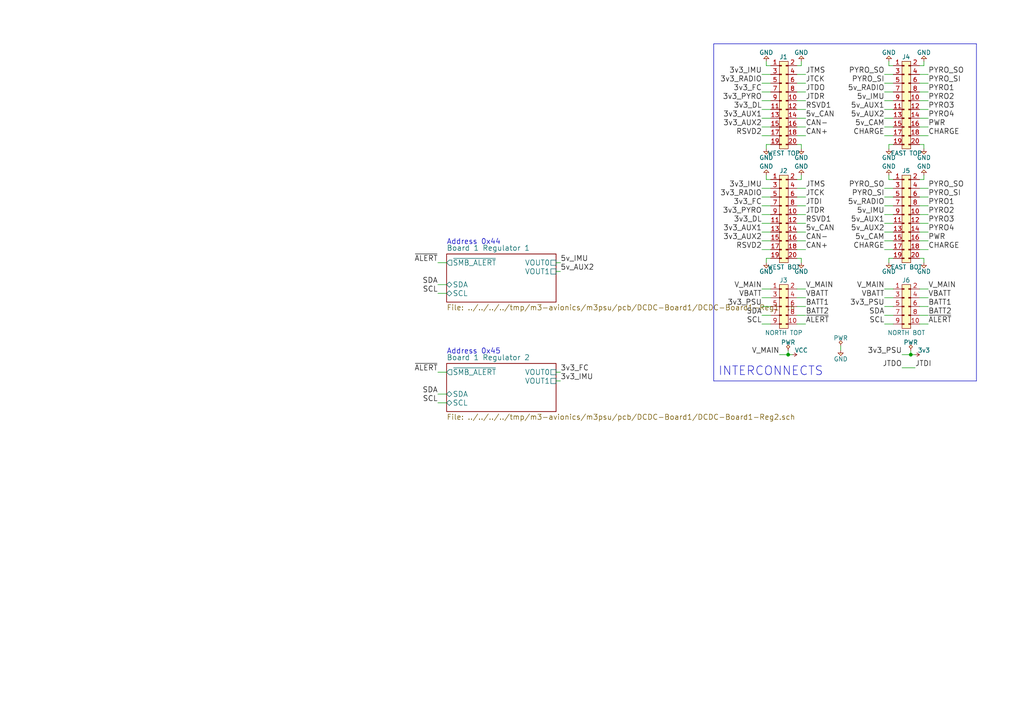
<source format=kicad_sch>
(kicad_sch (version 20230121) (generator eeschema)
  (paper "A4")
  (title_block (title "M3PSU - DC/DC Converter Board 1") (date "2016-06-28") (rev "1") (company "CU Spaceflight") (comment 1 "Drawn by: Levin Tan, Jamie Wood"))
  (lib_symbols
    (symbol "DCDC-Board1-rescue:3v3" (power) (pin_numbers hide) (pin_names (offset 1.016) hide)
      (property "Value" "3v3" (at 0 2.286 0))
      (symbol "3v3_0_1"
        (polyline (pts (xy 0 1.27) (xy 0.508 0.508)))
        (polyline (pts (xy 0 0) (xy 0 1.27) (xy -0.508 0.508)))
      )
      (symbol "3v3_1_1"
        (pin power_in line (at 0 0 180) (length 0) hide (name "3v3") (number "1"))
      )
    )
    (symbol "DCDC-Board1-rescue:CONN_02x05" (pin_names (offset 0.0254) hide)
      (property "Reference" "J" (at -2.54 2.54 0))
      (property "Value" "CONN_02x05" (at -2.54 -12.7 0))
      (symbol "CONN_02x05_0_1"
        (rectangle (start -2.54 -10.033) (end -1.905 -10.287) (fill (type outline)))
        (rectangle (start -2.54 -7.493) (end -1.905 -7.747) (fill (type outline)))
        (rectangle (start -2.54 -4.953) (end -1.905 -5.207) (fill (type outline)))
        (rectangle (start -2.54 -2.413) (end -1.905 -2.667) (fill (type outline)))
        (rectangle (start -2.54 0.127) (end -1.905 -0.127) (fill (type outline)))
        (rectangle (start 0 -10.033) (end -0.635 -10.287) (fill (type outline)))
        (rectangle (start 0 -7.493) (end -0.635 -7.747) (fill (type outline)))
        (rectangle (start 0 -4.953) (end -0.635 -5.207) (fill (type outline)))
        (rectangle (start 0 -2.413) (end -0.635 -2.667) (fill (type outline)))
        (rectangle (start 0 0.127) (end -0.635 -0.127) (fill (type outline)))
        (rectangle (start 0 1.27) (end -2.54 -11.43) (fill (type background)))
      )
      (symbol "CONN_02x05_1_1"
        (pin passive line (at -5.08 0 0) (length 2.54) (name "1") (number "1"))
        (pin passive line (at 2.54 -10.16 180) (length 2.54) (name "10") (number "10"))
        (pin passive line (at 2.54 0 180) (length 2.54) (name "2") (number "2"))
        (pin passive line (at -5.08 -2.54 0) (length 2.54) (name "3") (number "3"))
        (pin passive line (at 2.54 -2.54 180) (length 2.54) (name "4") (number "4"))
        (pin passive line (at -5.08 -5.08 0) (length 2.54) (name "5") (number "5"))
        (pin passive line (at 2.54 -5.08 180) (length 2.54) (name "6") (number "6"))
        (pin passive line (at -5.08 -7.62 0) (length 2.54) (name "7") (number "7"))
        (pin passive line (at 2.54 -7.62 180) (length 2.54) (name "8") (number "8"))
        (pin passive line (at -5.08 -10.16 0) (length 2.54) (name "9") (number "9"))
      )
    )
    (symbol "DCDC-Board1-rescue:CONN_02x10" (pin_names (offset 0.0254) hide)
      (property "Reference" "J" (at -2.54 2.54 0))
      (property "Value" "CONN_02x10" (at -2.54 -25.4 0))
      (symbol "CONN_02x10_0_1"
        (rectangle (start -2.54 -22.733) (end -1.905 -22.987) (fill (type outline)))
        (rectangle (start -2.54 -20.193) (end -1.905 -20.447) (fill (type outline)))
        (rectangle (start -2.54 -17.653) (end -1.905 -17.907) (fill (type outline)))
        (rectangle (start -2.54 -15.113) (end -1.905 -15.367) (fill (type outline)))
        (rectangle (start -2.54 -12.573) (end -1.905 -12.827) (fill (type outline)))
        (rectangle (start -2.54 -10.033) (end -1.905 -10.287) (fill (type outline)))
        (rectangle (start -2.54 -7.493) (end -1.905 -7.747) (fill (type outline)))
        (rectangle (start -2.54 -4.953) (end -1.905 -5.207) (fill (type outline)))
        (rectangle (start -2.54 -2.413) (end -1.905 -2.667) (fill (type outline)))
        (rectangle (start -2.54 0.127) (end -1.905 -0.127) (fill (type outline)))
        (rectangle (start 0 -22.733) (end -0.635 -22.987) (fill (type outline)))
        (rectangle (start 0 -20.193) (end -0.635 -20.447) (fill (type outline)))
        (rectangle (start 0 -17.653) (end -0.635 -17.907) (fill (type outline)))
        (rectangle (start 0 -15.113) (end -0.635 -15.367) (fill (type outline)))
        (rectangle (start 0 -12.573) (end -0.635 -12.827) (fill (type outline)))
        (rectangle (start 0 -10.033) (end -0.635 -10.287) (fill (type outline)))
        (rectangle (start 0 -7.493) (end -0.635 -7.747) (fill (type outline)))
        (rectangle (start 0 -4.953) (end -0.635 -5.207) (fill (type outline)))
        (rectangle (start 0 -2.413) (end -0.635 -2.667) (fill (type outline)))
        (rectangle (start 0 0.127) (end -0.635 -0.127) (fill (type outline)))
        (rectangle (start 0 1.27) (end -2.54 -24.13) (fill (type background)))
      )
      (symbol "CONN_02x10_1_1"
        (pin passive line (at -5.08 0 0) (length 2.54) (name "1") (number "1"))
        (pin passive line (at 2.54 -10.16 180) (length 2.54) (name "10") (number "10"))
        (pin passive line (at -5.08 -12.7 0) (length 2.54) (name "11") (number "11"))
        (pin passive line (at 2.54 -12.7 180) (length 2.54) (name "12") (number "12"))
        (pin passive line (at -5.08 -15.24 0) (length 2.54) (name "13") (number "13"))
        (pin passive line (at 2.54 -15.24 180) (length 2.54) (name "14") (number "14"))
        (pin passive line (at -5.08 -17.78 0) (length 2.54) (name "15") (number "15"))
        (pin passive line (at 2.54 -17.78 180) (length 2.54) (name "16") (number "16"))
        (pin passive line (at -5.08 -20.32 0) (length 2.54) (name "17") (number "17"))
        (pin passive line (at 2.54 -20.32 180) (length 2.54) (name "18") (number "18"))
        (pin passive line (at -5.08 -22.86 0) (length 2.54) (name "19") (number "19"))
        (pin passive line (at 2.54 0 180) (length 2.54) (name "2") (number "2"))
        (pin passive line (at 2.54 -22.86 180) (length 2.54) (name "20") (number "20"))
        (pin passive line (at -5.08 -2.54 0) (length 2.54) (name "3") (number "3"))
        (pin passive line (at 2.54 -2.54 180) (length 2.54) (name "4") (number "4"))
        (pin passive line (at -5.08 -5.08 0) (length 2.54) (name "5") (number "5"))
        (pin passive line (at 2.54 -5.08 180) (length 2.54) (name "6") (number "6"))
        (pin passive line (at -5.08 -7.62 0) (length 2.54) (name "7") (number "7"))
        (pin passive line (at 2.54 -7.62 180) (length 2.54) (name "8") (number "8"))
        (pin passive line (at -5.08 -10.16 0) (length 2.54) (name "9") (number "9"))
      )
    )
    (symbol "DCDC-Board1-rescue:GND" (power) (pin_numbers hide) (pin_names (offset 1.016) hide)
      (property "Value" "GND" (at 0 -2.54 0))
      (symbol "GND_0_1"
        (polyline (pts (xy 0 0) (xy 0 -0.762)))
        (polyline (pts (xy -0.762 -0.762) (xy 0.762 -0.762) (xy 0 -1.524) (xy -0.762 -0.762)) (fill (type background)))
      )
      (symbol "GND_1_1"
        (pin power_in line (at 0 0 180) (length 0) hide (name "GND") (number "1"))
      )
    )
    (symbol "DCDC-Board1-rescue:PWR" (power) (pin_numbers hide) (pin_names (offset 1.016) hide)
      (property "Value" "PWR" (at 0 2.286 0))
      (symbol "PWR_0_1"
        (polyline (pts (xy 0 0.508) (xy -0.508 1.016) (xy 0 1.524) (xy 0.508 1.016) (xy 0 0.508)) (fill (type background)))
      )
      (symbol "PWR_1_1"
        (pin power_out line (at 0 0 90) (length 0.508) (name "pwr") (number "1"))
      )
    )
    (symbol "DCDC-Board1-rescue:VCC" (power) (pin_numbers hide) (pin_names (offset 1.016) hide)
      (property "Value" "VCC" (at 0 2.286 0))
      (symbol "VCC_0_1"
        (polyline (pts (xy 0 1.27) (xy 0.508 0.508)))
        (polyline (pts (xy 0 0) (xy 0 1.27) (xy -0.508 0.508)))
      )
      (symbol "VCC_1_1"
        (pin power_in line (at 0 0 180) (length 0) hide (name "VCC") (number "1"))
      )
    )
  )
  (junction (at 228.6 102.87))
  (junction (at 264.16 102.87))
  (wire (pts (xy 231.14 24.13) (xy 233.68 24.13)))
  (wire (pts (xy 259.08 26.67) (xy 256.54 26.67)))
  (wire (pts (xy 223.52 31.75) (xy 220.98 31.75)))
  (wire (pts (xy 257.81 19.05) (xy 257.81 17.78)))
  (wire (pts (xy 223.52 54.61) (xy 220.98 54.61)))
  (wire (pts (xy 256.54 39.37) (xy 259.08 39.37)))
  (wire (pts (xy 129.54 116.84) (xy 127 116.84)))
  (wire (pts (xy 223.52 59.69) (xy 220.98 59.69)))
  (wire (pts (xy 259.08 91.44) (xy 256.54 91.44)))
  (wire (pts (xy 264.16 101.6) (xy 264.16 102.87)))
  (wire (pts (xy 231.14 91.44) (xy 233.68 91.44)))
  (wire (pts (xy 259.08 54.61) (xy 256.54 54.61)))
  (wire (pts (xy 223.52 74.93) (xy 222.25 74.93)))
  (wire (pts (xy 222.25 52.07) (xy 223.52 52.07)))
  (wire (pts (xy 232.41 41.91) (xy 232.41 43.18)))
  (wire (pts (xy 228.6 102.87) (xy 229.87 102.87)))
  (wire (pts (xy 269.24 36.83) (xy 266.7 36.83)))
  (wire (pts (xy 231.14 39.37) (xy 233.68 39.37)))
  (wire (pts (xy 231.14 93.98) (xy 233.68 93.98)))
  (wire (pts (xy 231.14 64.77) (xy 233.68 64.77)))
  (wire (pts (xy 266.7 93.98) (xy 269.24 93.98)))
  (wire (pts (xy 267.97 19.05) (xy 267.97 17.78)))
  (wire (pts (xy 223.52 83.82) (xy 220.98 83.82)))
  (wire (pts (xy 266.7 64.77) (xy 269.24 64.77)))
  (wire (pts (xy 223.52 26.67) (xy 220.98 26.67)))
  (wire (pts (xy 231.14 86.36) (xy 233.68 86.36)))
  (wire (pts (xy 223.52 62.23) (xy 220.98 62.23)))
  (polyline (pts (xy 207.01 12.7) (xy 207.01 110.49)))
  (wire (pts (xy 256.54 67.31) (xy 259.08 67.31)))
  (wire (pts (xy 232.41 19.05) (xy 232.41 17.78)))
  (wire (pts (xy 266.7 86.36) (xy 269.24 86.36)))
  (wire (pts (xy 231.14 41.91) (xy 232.41 41.91)))
  (wire (pts (xy 232.41 74.93) (xy 232.41 76.2)))
  (wire (pts (xy 231.14 74.93) (xy 232.41 74.93)))
  (wire (pts (xy 232.41 52.07) (xy 232.41 50.8)))
  (wire (pts (xy 231.14 57.15) (xy 233.68 57.15)))
  (wire (pts (xy 269.24 69.85) (xy 266.7 69.85)))
  (wire (pts (xy 129.54 85.09) (xy 127 85.09)))
  (wire (pts (xy 222.25 19.05) (xy 223.52 19.05)))
  (wire (pts (xy 223.52 57.15) (xy 220.98 57.15)))
  (wire (pts (xy 231.14 36.83) (xy 233.68 36.83)))
  (wire (pts (xy 267.97 74.93) (xy 267.97 76.2)))
  (wire (pts (xy 269.24 57.15) (xy 266.7 57.15)))
  (wire (pts (xy 266.7 59.69) (xy 269.24 59.69)))
  (wire (pts (xy 231.14 52.07) (xy 232.41 52.07)))
  (wire (pts (xy 161.29 78.74) (xy 162.56 78.74)))
  (wire (pts (xy 259.08 59.69) (xy 256.54 59.69)))
  (wire (pts (xy 223.52 67.31) (xy 220.98 67.31)))
  (wire (pts (xy 231.14 88.9) (xy 233.68 88.9)))
  (wire (pts (xy 231.14 34.29) (xy 233.68 34.29)))
  (polyline (pts (xy 283.21 12.7) (xy 207.01 12.7)))
  (wire (pts (xy 266.7 52.07) (xy 267.97 52.07)))
  (wire (pts (xy 223.52 93.98) (xy 220.98 93.98)))
  (wire (pts (xy 220.98 36.83) (xy 223.52 36.83)))
  (wire (pts (xy 223.52 64.77) (xy 220.98 64.77)))
  (wire (pts (xy 266.7 88.9) (xy 269.24 88.9)))
  (wire (pts (xy 259.08 83.82) (xy 256.54 83.82)))
  (wire (pts (xy 223.52 86.36) (xy 220.98 86.36)))
  (wire (pts (xy 261.62 106.68) (xy 265.43 106.68)))
  (wire (pts (xy 269.24 24.13) (xy 266.7 24.13)))
  (wire (pts (xy 222.25 41.91) (xy 222.25 43.18)))
  (wire (pts (xy 127 114.3) (xy 129.54 114.3)))
  (wire (pts (xy 256.54 57.15) (xy 259.08 57.15)))
  (wire (pts (xy 264.16 102.87) (xy 265.43 102.87)))
  (wire (pts (xy 231.14 19.05) (xy 232.41 19.05)))
  (wire (pts (xy 259.08 21.59) (xy 256.54 21.59)))
  (wire (pts (xy 257.81 41.91) (xy 257.81 43.18)))
  (wire (pts (xy 256.54 34.29) (xy 259.08 34.29)))
  (wire (pts (xy 266.7 54.61) (xy 269.24 54.61)))
  (wire (pts (xy 161.29 76.2) (xy 162.56 76.2)))
  (wire (pts (xy 129.54 76.2) (xy 127 76.2)))
  (wire (pts (xy 223.52 41.91) (xy 222.25 41.91)))
  (wire (pts (xy 223.52 72.39) (xy 220.98 72.39)))
  (wire (pts (xy 266.7 26.67) (xy 269.24 26.67)))
  (polyline (pts (xy 207.01 110.49) (xy 283.21 110.49)))
  (wire (pts (xy 231.14 54.61) (xy 233.68 54.61)))
  (wire (pts (xy 223.52 91.44) (xy 220.98 91.44)))
  (wire (pts (xy 231.14 83.82) (xy 233.68 83.82)))
  (wire (pts (xy 223.52 34.29) (xy 220.98 34.29)))
  (wire (pts (xy 220.98 69.85) (xy 223.52 69.85)))
  (wire (pts (xy 257.81 52.07) (xy 257.81 50.8)))
  (wire (pts (xy 222.25 50.8) (xy 222.25 52.07)))
  (wire (pts (xy 231.14 62.23) (xy 233.68 62.23)))
  (wire (pts (xy 269.24 29.21) (xy 266.7 29.21)))
  (wire (pts (xy 243.84 100.33) (xy 243.84 101.6)))
  (wire (pts (xy 223.52 29.21) (xy 220.98 29.21)))
  (wire (pts (xy 127 82.55) (xy 129.54 82.55)))
  (wire (pts (xy 223.52 88.9) (xy 220.98 88.9)))
  (wire (pts (xy 259.08 19.05) (xy 257.81 19.05)))
  (wire (pts (xy 259.08 64.77) (xy 256.54 64.77)))
  (wire (pts (xy 223.52 39.37) (xy 220.98 39.37)))
  (wire (pts (xy 259.08 69.85) (xy 256.54 69.85)))
  (wire (pts (xy 266.7 34.29) (xy 269.24 34.29)))
  (wire (pts (xy 231.14 69.85) (xy 233.68 69.85)))
  (wire (pts (xy 266.7 72.39) (xy 269.24 72.39)))
  (wire (pts (xy 161.29 110.49) (xy 162.56 110.49)))
  (wire (pts (xy 231.14 59.69) (xy 233.68 59.69)))
  (wire (pts (xy 259.08 74.93) (xy 257.81 74.93)))
  (wire (pts (xy 161.29 107.95) (xy 162.56 107.95)))
  (wire (pts (xy 267.97 52.07) (xy 267.97 50.8)))
  (wire (pts (xy 222.25 17.78) (xy 222.25 19.05)))
  (wire (pts (xy 228.6 101.6) (xy 228.6 102.87)))
  (wire (pts (xy 259.08 41.91) (xy 257.81 41.91)))
  (wire (pts (xy 223.52 24.13) (xy 220.98 24.13)))
  (wire (pts (xy 259.08 93.98) (xy 256.54 93.98)))
  (wire (pts (xy 259.08 88.9) (xy 256.54 88.9)))
  (wire (pts (xy 231.14 31.75) (xy 233.68 31.75)))
  (wire (pts (xy 267.97 41.91) (xy 267.97 43.18)))
  (wire (pts (xy 231.14 26.67) (xy 233.68 26.67)))
  (wire (pts (xy 256.54 72.39) (xy 259.08 72.39)))
  (wire (pts (xy 266.7 83.82) (xy 269.24 83.82)))
  (wire (pts (xy 259.08 36.83) (xy 256.54 36.83)))
  (wire (pts (xy 266.7 31.75) (xy 269.24 31.75)))
  (wire (pts (xy 231.14 21.59) (xy 233.68 21.59)))
  (wire (pts (xy 231.14 67.31) (xy 233.68 67.31)))
  (wire (pts (xy 259.08 52.07) (xy 257.81 52.07)))
  (wire (pts (xy 226.06 102.87) (xy 228.6 102.87)))
  (wire (pts (xy 259.08 31.75) (xy 256.54 31.75)))
  (wire (pts (xy 266.7 74.93) (xy 267.97 74.93)))
  (wire (pts (xy 266.7 41.91) (xy 267.97 41.91)))
  (wire (pts (xy 266.7 91.44) (xy 269.24 91.44)))
  (wire (pts (xy 223.52 21.59) (xy 220.98 21.59)))
  (wire (pts (xy 259.08 86.36) (xy 256.54 86.36)))
  (wire (pts (xy 266.7 19.05) (xy 267.97 19.05)))
  (wire (pts (xy 231.14 72.39) (xy 233.68 72.39)))
  (wire (pts (xy 266.7 39.37) (xy 269.24 39.37)))
  (wire (pts (xy 269.24 62.23) (xy 266.7 62.23)))
  (wire (pts (xy 266.7 67.31) (xy 269.24 67.31)))
  (wire (pts (xy 222.25 74.93) (xy 222.25 76.2)))
  (wire (pts (xy 256.54 29.21) (xy 259.08 29.21)))
  (wire (pts (xy 257.81 74.93) (xy 257.81 76.2)))
  (polyline (pts (xy 283.21 110.49) (xy 283.21 12.7)))
  (wire (pts (xy 261.62 102.87) (xy 264.16 102.87)))
  (wire (pts (xy 266.7 21.59) (xy 269.24 21.59)))
  (wire (pts (xy 256.54 24.13) (xy 259.08 24.13)))
  (wire (pts (xy 231.14 29.21) (xy 233.68 29.21)))
  (wire (pts (xy 129.54 107.95) (xy 127 107.95)))
  (wire (pts (xy 256.54 62.23) (xy 259.08 62.23)))
  (text "Address 0x44" (at 129.54 71.12 0) (effects (font (size 1.524 1.524)) (justify left bottom)))
  (text "INTERCONNECTS" (at 208.28 109.22 0) (effects (font (size 2.54 2.54)) (justify left bottom)))
  (text "Address 0x45" (at 129.54 102.87 0) (effects (font (size 1.524 1.524)) (justify left bottom)))
  (label "CAN-" (at 233.68 36.83 0) (effects (font (size 1.524 1.524))))
  (label "PYRO4" (at 269.24 67.31 0) (effects (font (size 1.524 1.524))))
  (label "5v_RADIO" (at 256.54 26.67 180) (effects (font (size 1.524 1.524))))
  (label "5v_RADIO" (at 256.54 59.69 180) (effects (font (size 1.524 1.524))))
  (label "5v_AUX2" (at 256.54 34.29 180) (effects (font (size 1.524 1.524))))
  (label "CHARGE" (at 256.54 39.37 180) (effects (font (size 1.524 1.524))))
  (label "SDA" (at 256.54 91.44 180) (effects (font (size 1.524 1.524))))
  (label "SDA" (at 220.98 91.44 180) (effects (font (size 1.524 1.524))))
  (label "SDA" (at 127 82.55 180) (effects (font (size 1.524 1.524))))
  (label "SCL" (at 127 85.09 180) (effects (font (size 1.524 1.524))))
  (label "V_MAIN" (at 269.24 83.82 0) (effects (font (size 1.524 1.524))))
  (label "JTDR" (at 233.68 62.23 0) (effects (font (size 1.524 1.524))))
  (label "JTDR" (at 233.68 29.21 0) (effects (font (size 1.524 1.524))))
  (label "SDA" (at 127 114.3 180) (effects (font (size 1.524 1.524))))
  (label "3v3_PSU" (at 261.62 102.87 180) (effects (font (size 1.524 1.524))))
  (label "3v3_DL" (at 220.98 31.75 180) (effects (font (size 1.524 1.524))))
  (label "3v3_AUX1" (at 220.98 34.29 180) (effects (font (size 1.524 1.524))))
  (label "3v3_IMU" (at 220.98 21.59 180) (effects (font (size 1.524 1.524))))
  (label "RSVD2" (at 220.98 72.39 180) (effects (font (size 1.524 1.524))))
  (label "BATT2" (at 269.24 91.44 0) (effects (font (size 1.524 1.524))))
  (label "RSVD1" (at 233.68 31.75 0) (effects (font (size 1.524 1.524))))
  (label "JTCK" (at 233.68 24.13 0) (effects (font (size 1.524 1.524))))
  (label "V_MAIN" (at 220.98 83.82 180) (effects (font (size 1.524 1.524))))
  (label "5v_AUX1" (at 256.54 64.77 180) (effects (font (size 1.524 1.524))))
  (label "PYRO_SI" (at 256.54 57.15 180) (effects (font (size 1.524 1.524))))
  (label "5v_CAN" (at 233.68 67.31 0) (effects (font (size 1.524 1.524))))
  (label "RSVD2" (at 220.98 39.37 180) (effects (font (size 1.524 1.524))))
  (label "PYRO_SI" (at 269.24 24.13 0) (effects (font (size 1.524 1.524))))
  (label "PYRO1" (at 269.24 26.67 0) (effects (font (size 1.524 1.524))))
  (label "3v3_DL" (at 220.98 64.77 180) (effects (font (size 1.524 1.524))))
  (label "PWR" (at 269.24 36.83 0) (effects (font (size 1.524 1.524))))
  (label "BATT2" (at 233.68 91.44 0) (effects (font (size 1.524 1.524))))
  (label "JTDO" (at 233.68 26.67 0) (effects (font (size 1.524 1.524))))
  (label "CAN+" (at 233.68 72.39 0) (effects (font (size 1.524 1.524))))
  (label "PYRO_SI" (at 256.54 24.13 180) (effects (font (size 1.524 1.524))))
  (label "PYRO1" (at 269.24 59.69 0) (effects (font (size 1.524 1.524))))
  (label "VBATT" (at 220.98 86.36 180) (effects (font (size 1.524 1.524))))
  (label "5v_CAN" (at 233.68 34.29 0) (effects (font (size 1.524 1.524))))
  (label "3v3_AUX1" (at 220.98 67.31 180) (effects (font (size 1.524 1.524))))
  (label "PYRO_SI" (at 269.24 57.15 0) (effects (font (size 1.524 1.524))))
  (label "CHARGE" (at 269.24 72.39 0) (effects (font (size 1.524 1.524))))
  (label "JTCK" (at 233.68 57.15 0) (effects (font (size 1.524 1.524))))
  (label "V_MAIN" (at 256.54 83.82 180) (effects (font (size 1.524 1.524))))
  (label "3v3_PSU" (at 220.98 88.9 180) (effects (font (size 1.524 1.524))))
  (label "BATT1" (at 233.68 88.9 0) (effects (font (size 1.524 1.524))))
  (label "5v_AUX2" (at 162.56 78.74 0) (effects (font (size 1.524 1.524))))
  (label "~{ALERT}" (at 127 76.2 180) (effects (font (size 1.524 1.524))))
  (label "RSVD1" (at 233.68 64.77 0) (effects (font (size 1.524 1.524))))
  (label "3v3_IMU" (at 162.56 110.49 0) (effects (font (size 1.524 1.524))))
  (label "3v3_PSU" (at 256.54 88.9 180) (effects (font (size 1.524 1.524))))
  (label "3v3_FC" (at 162.56 107.95 0) (effects (font (size 1.524 1.524))))
  (label "JTDO" (at 261.62 106.68 180) (effects (font (size 1.524 1.524))))
  (label "5v_AUX1" (at 256.54 31.75 180) (effects (font (size 1.524 1.524))))
  (label "CAN+" (at 233.68 39.37 0) (effects (font (size 1.524 1.524))))
  (label "3v3_PYRO" (at 220.98 29.21 180) (effects (font (size 1.524 1.524))))
  (label "SCL" (at 127 116.84 180) (effects (font (size 1.524 1.524))))
  (label "3v3_IMU" (at 220.98 54.61 180) (effects (font (size 1.524 1.524))))
  (label "PYRO4" (at 269.24 34.29 0) (effects (font (size 1.524 1.524))))
  (label "VBATT" (at 256.54 86.36 180) (effects (font (size 1.524 1.524))))
  (label "5v_IMU" (at 256.54 62.23 180) (effects (font (size 1.524 1.524))))
  (label "3v3_FC" (at 220.98 59.69 180) (effects (font (size 1.524 1.524))))
  (label "BATT1" (at 269.24 88.9 0) (effects (font (size 1.524 1.524))))
  (label "JTMS" (at 233.68 21.59 0) (effects (font (size 1.524 1.524))))
  (label "5v_AUX2" (at 256.54 67.31 180) (effects (font (size 1.524 1.524))))
  (label "PYRO3" (at 269.24 64.77 0) (effects (font (size 1.524 1.524))))
  (label "~{ALERT}" (at 127 107.95 180) (effects (font (size 1.524 1.524))))
  (label "3v3_AUX2" (at 220.98 36.83 180) (effects (font (size 1.524 1.524))))
  (label "JTDI" (at 265.43 106.68 0) (effects (font (size 1.524 1.524))))
  (label "CHARGE" (at 256.54 72.39 180) (effects (font (size 1.524 1.524))))
  (label "3v3_FC" (at 220.98 26.67 180) (effects (font (size 1.524 1.524))))
  (label "PYRO2" (at 269.24 62.23 0) (effects (font (size 1.524 1.524))))
  (label "PYRO_SO" (at 256.54 54.61 180) (effects (font (size 1.524 1.524))))
  (label "PWR" (at 269.24 69.85 0) (effects (font (size 1.524 1.524))))
  (label "JTDI" (at 233.68 59.69 0) (effects (font (size 1.524 1.524))))
  (label "VBATT" (at 233.68 86.36 0) (effects (font (size 1.524 1.524))))
  (label "5v_CAM" (at 256.54 69.85 180) (effects (font (size 1.524 1.524))))
  (label "PYRO_SO" (at 256.54 21.59 180) (effects (font (size 1.524 1.524))))
  (label "5v_IMU" (at 162.56 76.2 0) (effects (font (size 1.524 1.524))))
  (label "5v_CAM" (at 256.54 36.83 180) (effects (font (size 1.524 1.524))))
  (label "VBATT" (at 269.24 86.36 0) (effects (font (size 1.524 1.524))))
  (label "3v3_AUX2" (at 220.98 69.85 180) (effects (font (size 1.524 1.524))))
  (label "PYRO3" (at 269.24 31.75 0) (effects (font (size 1.524 1.524))))
  (label "SCL" (at 220.98 93.98 180) (effects (font (size 1.524 1.524))))
  (label "CHARGE" (at 269.24 39.37 0) (effects (font (size 1.524 1.524))))
  (label "3v3_RADIO" (at 220.98 57.15 180) (effects (font (size 1.524 1.524))))
  (label "CAN-" (at 233.68 69.85 0) (effects (font (size 1.524 1.524))))
  (label "~{ALERT}" (at 233.68 93.98 0) (effects (font (size 1.524 1.524))))
  (label "PYRO_SO" (at 269.24 21.59 0) (effects (font (size 1.524 1.524))))
  (label "V_MAIN" (at 233.68 83.82 0) (effects (font (size 1.524 1.524))))
  (label "5v_IMU" (at 256.54 29.21 180) (effects (font (size 1.524 1.524))))
  (label "PYRO_SO" (at 269.24 54.61 0) (effects (font (size 1.524 1.524))))
  (label "~{ALERT}" (at 269.24 93.98 0) (effects (font (size 1.524 1.524))))
  (label "3v3_RADIO" (at 220.98 24.13 180) (effects (font (size 1.524 1.524))))
  (label "JTMS" (at 233.68 54.61 0) (effects (font (size 1.524 1.524))))
  (label "PYRO2" (at 269.24 29.21 0) (effects (font (size 1.524 1.524))))
  (label "3v3_PYRO" (at 220.98 62.23 180) (effects (font (size 1.524 1.524))))
  (label "SCL" (at 256.54 93.98 180) (effects (font (size 1.524 1.524))))
  (label "V_MAIN" (at 226.06 102.87 180) (effects (font (size 1.524 1.524))))
  (symbol (lib_id "DCDC-Board1-rescue:GND") (at 232.41 43.18 0) (unit 1)
    (property "Reference" "#PWR01" (effects hide))
    (property "Value" "GND" (at 232.41 45.72 0))
  )
  (symbol (lib_id "DCDC-Board1-rescue:GND") (at 222.25 43.18 0) (unit 1)
    (property "Reference" "#PWR02" (effects hide))
    (property "Value" "GND" (at 222.25 45.72 0))
  )
  (symbol (lib_id "DCDC-Board1-rescue:GND") (at 222.25 17.78 180) (unit 1)
    (property "Reference" "#PWR03" (effects hide))
    (property "Value" "GND" (at 222.25 15.24 0))
  )
  (symbol (lib_id "DCDC-Board1-rescue:GND") (at 232.41 17.78 180) (unit 1)
    (property "Reference" "#PWR04" (effects hide))
    (property "Value" "GND" (at 232.41 15.24 0))
  )
  (symbol (lib_id "DCDC-Board1-rescue:GND") (at 257.81 43.18 0) (unit 1)
    (property "Reference" "#PWR05" (effects hide))
    (property "Value" "GND" (at 257.81 45.72 0))
  )
  (symbol (lib_id "DCDC-Board1-rescue:GND") (at 267.97 43.18 0) (unit 1)
    (property "Reference" "#PWR06" (effects hide))
    (property "Value" "GND" (at 267.97 45.72 0))
  )
  (symbol (lib_id "DCDC-Board1-rescue:GND") (at 257.81 17.78 180) (unit 1)
    (property "Reference" "#PWR07" (effects hide))
    (property "Value" "GND" (at 257.81 15.24 0))
  )
  (symbol (lib_id "DCDC-Board1-rescue:GND") (at 267.97 17.78 180) (unit 1)
    (property "Reference" "#PWR08" (effects hide))
    (property "Value" "GND" (at 267.97 15.24 0))
  )
  (symbol (lib_id "DCDC-Board1-rescue:GND") (at 232.41 76.2 0) (unit 1)
    (property "Reference" "#PWR09" (effects hide))
    (property "Value" "GND" (at 232.41 78.74 0))
  )
  (symbol (lib_id "DCDC-Board1-rescue:GND") (at 222.25 76.2 0) (unit 1)
    (property "Reference" "#PWR010" (effects hide))
    (property "Value" "GND" (at 222.25 78.74 0))
  )
  (symbol (lib_id "DCDC-Board1-rescue:GND") (at 222.25 50.8 180) (unit 1)
    (property "Reference" "#PWR011" (effects hide))
    (property "Value" "GND" (at 222.25 48.26 0))
  )
  (symbol (lib_id "DCDC-Board1-rescue:GND") (at 232.41 50.8 180) (unit 1)
    (property "Reference" "#PWR012" (effects hide))
    (property "Value" "GND" (at 232.41 48.26 0))
  )
  (symbol (lib_id "DCDC-Board1-rescue:GND") (at 257.81 76.2 0) (unit 1)
    (property "Reference" "#PWR013" (effects hide))
    (property "Value" "GND" (at 257.81 78.74 0))
  )
  (symbol (lib_id "DCDC-Board1-rescue:GND") (at 267.97 76.2 0) (unit 1)
    (property "Reference" "#PWR014" (effects hide))
    (property "Value" "GND" (at 267.97 78.74 0))
  )
  (symbol (lib_id "DCDC-Board1-rescue:GND") (at 257.81 50.8 180) (unit 1)
    (property "Reference" "#PWR015" (effects hide))
    (property "Value" "GND" (at 257.81 48.26 0))
  )
  (symbol (lib_id "DCDC-Board1-rescue:GND") (at 267.97 50.8 180) (unit 1)
    (property "Reference" "#PWR016" (effects hide))
    (property "Value" "GND" (at 267.97 48.26 0))
  )
  (symbol (lib_id "DCDC-Board1-rescue:GND") (at 243.84 101.6 0) (unit 1)
    (property "Reference" "#PWR017" (effects hide))
    (property "Value" "GND" (at 243.84 104.14 0))
  )
  (symbol (lib_id "DCDC-Board1-rescue:PWR") (at 243.84 100.33 0) (unit 1)
    (property "Reference" "#FLG018" (effects hide))
    (property "Value" "PWR" (at 243.84 98.044 0))
  )
  (symbol (lib_id "DCDC-Board1-rescue:CONN_02x10") (at 228.6 19.05 0) (unit 1)
    (property "Reference" "J1" (at 226.06 16.51 0) (effects (justify left)))
    (property "Value" "WEST TOP" (at 227.33 44.45 0))
    (property "Footprint" "agg:TFML-110-02-L-D" (effects hide))
    (property "Samtec" "TFML-110-02-L-D" (effects hide))
  )
  (symbol (lib_id "DCDC-Board1-rescue:CONN_02x10") (at 264.16 19.05 0) (unit 1)
    (property "Reference" "J4" (at 261.62 16.51 0) (effects (justify left)))
    (property "Value" "EAST TOP" (at 262.89 44.45 0))
    (property "Footprint" "agg:TFML-110-02-L-D" (effects hide))
    (property "Samtec" "TFML-110-02-L-D" (effects hide))
  )
  (symbol (lib_id "DCDC-Board1-rescue:CONN_02x10") (at 228.6 52.07 0) (unit 1)
    (property "Reference" "J2" (at 226.06 49.53 0) (effects (justify left)))
    (property "Value" "WEST BOT" (at 227.33 77.47 0))
    (property "Footprint" "agg:SFML-110-02-L-D-LC" (effects hide))
    (property "Samtec" "SFML-110-02-L-D-LC" (effects hide))
  )
  (symbol (lib_id "DCDC-Board1-rescue:CONN_02x10") (at 264.16 52.07 0) (unit 1)
    (property "Reference" "J5" (at 261.62 49.53 0) (effects (justify left)))
    (property "Value" "EAST BOT" (at 262.89 77.47 0))
    (property "Footprint" "agg:SFML-110-02-L-D-LC" (effects hide))
    (property "Samtec" "SFML-110-02-L-D-LC" (effects hide))
  )
  (symbol (lib_id "DCDC-Board1-rescue:CONN_02x05") (at 228.6 83.82 0) (unit 1)
    (property "Reference" "J3" (at 226.06 81.28 0) (effects (justify left)))
    (property "Value" "NORTH TOP" (at 227.33 96.52 0))
    (property "Footprint" "agg:TFML-105-02-L-D" (effects hide))
  )
  (symbol (lib_id "DCDC-Board1-rescue:CONN_02x05") (at 264.16 83.82 0) (unit 1)
    (property "Reference" "J6" (at 261.62 81.28 0) (effects (justify left)))
    (property "Value" "NORTH BOT" (at 262.89 96.52 0))
    (property "Footprint" "agg:SFML-105-02-L-D-LC" (effects hide))
  )
  (symbol (lib_id "DCDC-Board1-rescue:VCC") (at 229.87 102.87 270) (unit 1)
    (property "Reference" "#PWR019" (effects hide))
    (property "Value" "VCC" (at 232.41 101.6 90))
  )
  (symbol (lib_id "DCDC-Board1-rescue:3v3") (at 265.43 102.87 270) (unit 1)
    (property "Reference" "#PWR020" (effects hide))
    (property "Value" "3v3" (at 267.97 101.6 90))
  )
  (symbol (lib_id "DCDC-Board1-rescue:PWR") (at 228.6 101.6 0) (unit 1)
    (property "Reference" "#FLG021" (effects hide))
    (property "Value" "PWR" (at 228.6 99.314 0))
  )
  (symbol (lib_id "DCDC-Board1-rescue:PWR") (at 264.16 101.6 0) (unit 1)
    (property "Reference" "#FLG022" (effects hide))
    (property "Value" "PWR" (at 264.16 99.314 0))
  )
  (sheet (at 129.54 73.66) (size 31.75 13.97)
    (property "Sheetname" "Board 1 Regulator 1" (at 129.54 72.8214 0) (effects (font (size 1.524 1.524)) (justify left bottom)))
    (property "Sheetfile" "../../../../tmp/m3-avionics/m3psu/pcb/DCDC-Board1/DCDC-Board1-Reg1.sch" (at 129.54 88.3162 0) (effects (font (size 1.524 1.524)) (justify left top)))
    (pin "SDA" bidirectional (at 129.54 82.55 180) (effects (font (size 1.524 1.524))))
    (pin "SCL" bidirectional (at 129.54 85.09 180) (effects (font (size 1.524 1.524))))
    (pin "VOUT1" passive (at 161.29 78.74 0) (effects (font (size 1.524 1.524))))
    (pin "VOUT0" passive (at 161.29 76.2 0) (effects (font (size 1.524 1.524))))
    (pin "~{SMB_ALERT}" output (at 129.54 76.2 180) (effects (font (size 1.524 1.524))))
  )
  (sheet (at 129.54 105.41) (size 31.75 13.97)
    (property "Sheetname" "Board 1 Regulator 2" (at 129.54 104.5714 0) (effects (font (size 1.524 1.524)) (justify left bottom)))
    (property "Sheetfile" "../../../../tmp/m3-avionics/m3psu/pcb/DCDC-Board1/DCDC-Board1-Reg2.sch" (at 129.54 120.0662 0) (effects (font (size 1.524 1.524)) (justify left top)))
    (pin "SDA" bidirectional (at 129.54 114.3 180) (effects (font (size 1.524 1.524))))
    (pin "SCL" bidirectional (at 129.54 116.84 180) (effects (font (size 1.524 1.524))))
    (pin "VOUT1" passive (at 161.29 110.49 0) (effects (font (size 1.524 1.524))))
    (pin "VOUT0" passive (at 161.29 107.95 0) (effects (font (size 1.524 1.524))))
    (pin "~{SMB_ALERT}" output (at 129.54 107.95 180) (effects (font (size 1.524 1.524))))
  )
)
</source>
